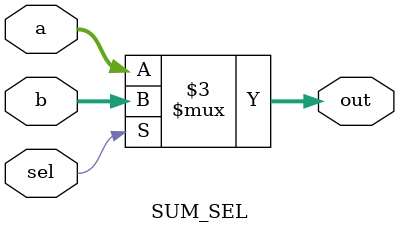
<source format=v>
module SUM_SEL(a,b,sel,out);
parameter WIDTH=8;
input [WIDTH-1:0]a,b;
input sel;
output reg [WIDTH-1:0] out;
always @(*) 
out=sel==1?b:a;
   


endmodule


</source>
